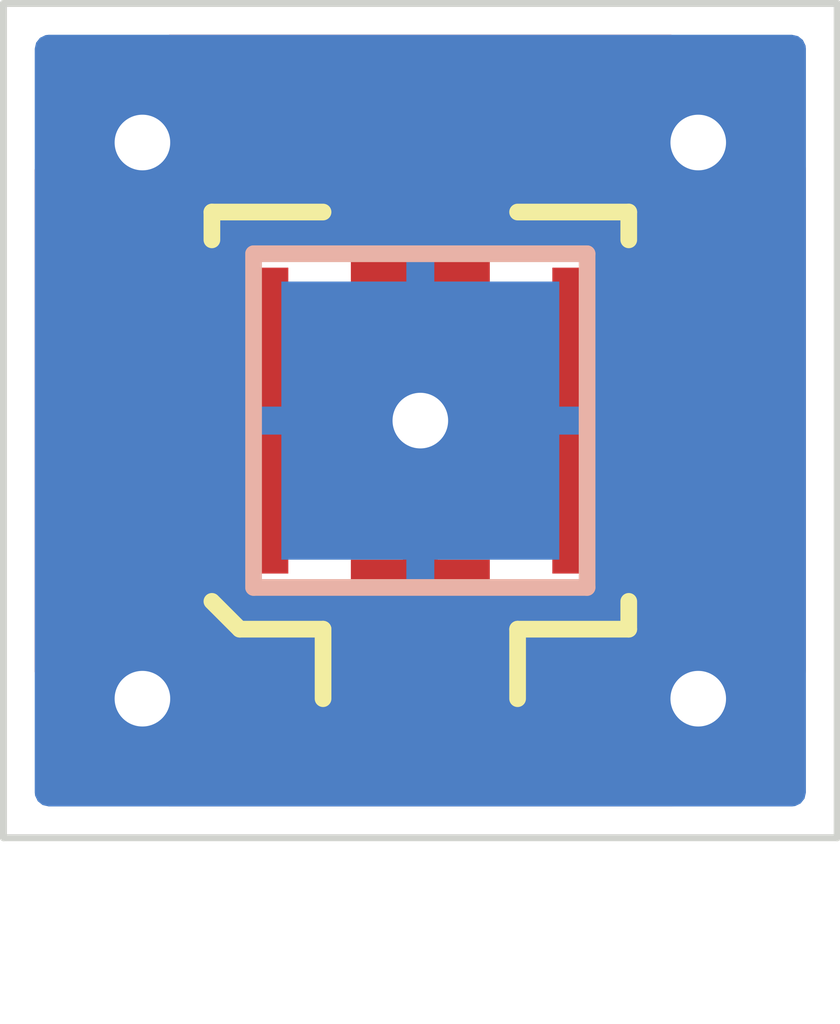
<source format=kicad_pcb>
(kicad_pcb (version 20171130) (host pcbnew "(5.1.5-0-10_14)")

  (general
    (thickness 1.6)
    (drawings 4)
    (tracks 13)
    (zones 0)
    (modules 2)
    (nets 3)
  )

  (page A4)
  (layers
    (0 F.Cu signal)
    (31 B.Cu signal)
    (32 B.Adhes user)
    (33 F.Adhes user)
    (34 B.Paste user)
    (35 F.Paste user)
    (36 B.SilkS user)
    (37 F.SilkS user)
    (38 B.Mask user)
    (39 F.Mask user)
    (40 Dwgs.User user)
    (41 Cmts.User user)
    (42 Eco1.User user)
    (43 Eco2.User user)
    (44 Edge.Cuts user)
    (45 Margin user)
    (46 B.CrtYd user)
    (47 F.CrtYd user)
    (48 B.Fab user hide)
    (49 F.Fab user hide)
  )

  (setup
    (last_trace_width 0.25)
    (trace_clearance 0.2)
    (zone_clearance 0.2)
    (zone_45_only no)
    (trace_min 0.2)
    (via_size 0.8)
    (via_drill 0.4)
    (via_min_size 0.4)
    (via_min_drill 0.3)
    (uvia_size 0.3)
    (uvia_drill 0.1)
    (uvias_allowed no)
    (uvia_min_size 0.2)
    (uvia_min_drill 0.1)
    (edge_width 0.05)
    (segment_width 0.2)
    (pcb_text_width 0.3)
    (pcb_text_size 1.5 1.5)
    (mod_edge_width 0.12)
    (mod_text_size 1 1)
    (mod_text_width 0.15)
    (pad_size 1.524 1.524)
    (pad_drill 0.762)
    (pad_to_mask_clearance 0.051)
    (solder_mask_min_width 0.25)
    (aux_axis_origin 0 0)
    (visible_elements FFFFFF7F)
    (pcbplotparams
      (layerselection 0x010e0_ffffffff)
      (usegerberextensions false)
      (usegerberattributes false)
      (usegerberadvancedattributes false)
      (creategerberjobfile false)
      (excludeedgelayer true)
      (linewidth 0.020000)
      (plotframeref false)
      (viasonmask false)
      (mode 1)
      (useauxorigin false)
      (hpglpennumber 1)
      (hpglpenspeed 20)
      (hpglpendiameter 15.000000)
      (psnegative false)
      (psa4output false)
      (plotreference true)
      (plotvalue true)
      (plotinvisibletext false)
      (padsonsilk false)
      (subtractmaskfromsilk false)
      (outputformat 1)
      (mirror false)
      (drillshape 0)
      (scaleselection 1)
      (outputdirectory "Gerbers/"))
  )

  (net 0 "")
  (net 1 "Net-(J1-Pad1)")
  (net 2 GND)

  (net_class Default "This is the default net class."
    (clearance 0.2)
    (trace_width 0.25)
    (via_dia 0.8)
    (via_drill 0.4)
    (uvia_dia 0.3)
    (uvia_drill 0.1)
    (add_net GND)
    (add_net "Net-(J1-Pad1)")
  )

  (module Connector_Coaxial:U.FL_Molex_MCRF_73412-0110_Vertical (layer F.Cu) (tedit 5A1B5B59) (tstamp 5FC36076)
    (at 144 63)
    (descr "Molex Microcoaxial RF Connectors (MCRF), mates Hirose U.FL, (http://www.molex.com/pdm_docs/sd/734120110_sd.pdf)")
    (tags "mcrf hirose ufl u.fl microcoaxial")
    (path /5FC306A0)
    (attr smd)
    (fp_text reference J1 (at 9 4) (layer F.SilkS) hide
      (effects (font (size 1 1) (thickness 0.15)))
    )
    (fp_text value Conn_Coaxial (at 0 -3.302) (layer F.Fab)
      (effects (font (size 1 1) (thickness 0.15)))
    )
    (fp_line (start 0 1) (end 0.3 1.3) (layer F.Fab) (width 0.1))
    (fp_line (start -0.3 1.3) (end 0 1) (layer F.Fab) (width 0.1))
    (fp_line (start 0.7 1.5) (end 0.7 2) (layer F.SilkS) (width 0.12))
    (fp_line (start -0.7 1.5) (end -0.7 2) (layer F.SilkS) (width 0.12))
    (fp_text user %R (at 0 3.5) (layer F.Fab)
      (effects (font (size 1 1) (thickness 0.15)))
    )
    (fp_circle (center 0 0) (end 0 0.05) (layer F.Fab) (width 0.1))
    (fp_circle (center 0 0) (end 0 0.125) (layer F.Fab) (width 0.1))
    (fp_line (start -0.7 1.5) (end -1.3 1.5) (layer F.SilkS) (width 0.12))
    (fp_line (start -1.3 1.5) (end -1.5 1.3) (layer F.SilkS) (width 0.12))
    (fp_line (start 1.5 1.3) (end 1.5 1.5) (layer F.SilkS) (width 0.12))
    (fp_line (start 1.5 1.5) (end 0.7 1.5) (layer F.SilkS) (width 0.12))
    (fp_line (start 0.7 -1.5) (end 1.5 -1.5) (layer F.SilkS) (width 0.12))
    (fp_line (start 1.5 -1.5) (end 1.5 -1.3) (layer F.SilkS) (width 0.12))
    (fp_line (start -1.5 -1.3) (end -1.5 -1.5) (layer F.SilkS) (width 0.12))
    (fp_line (start -1.5 -1.5) (end -0.7 -1.5) (layer F.SilkS) (width 0.12))
    (fp_circle (center 0 0) (end 0.9 0) (layer F.Fab) (width 0.1))
    (fp_line (start -1.3 -1.3) (end 1.3 -1.3) (layer F.Fab) (width 0.1))
    (fp_line (start -1.3 -1.3) (end -1.3 1) (layer F.Fab) (width 0.1))
    (fp_line (start -1.3 1) (end -1 1.3) (layer F.Fab) (width 0.1))
    (fp_line (start 1.3 -1.3) (end 1.3 1.3) (layer F.Fab) (width 0.1))
    (fp_line (start -2.5 -2.5) (end -2.5 2.5) (layer F.CrtYd) (width 0.05))
    (fp_line (start -2.5 2.5) (end 2.5 2.5) (layer F.CrtYd) (width 0.05))
    (fp_line (start 2.5 2.5) (end 2.5 -2.5) (layer F.CrtYd) (width 0.05))
    (fp_line (start 2.5 -2.5) (end -2.5 -2.5) (layer F.CrtYd) (width 0.05))
    (fp_line (start -1 1.3) (end 1.3 1.3) (layer F.Fab) (width 0.1))
    (fp_circle (center 0 0) (end 0 0.2) (layer F.Fab) (width 0.1))
    (pad 2 smd rect (at -1.475 0) (size 1.05 2.2) (layers F.Cu F.Paste F.Mask)
      (net 2 GND))
    (pad 2 smd rect (at 1.475 0) (size 1.05 2.2) (layers F.Cu F.Paste F.Mask)
      (net 2 GND))
    (pad 2 smd rect (at 0 -1.5) (size 1 1) (layers F.Cu F.Paste F.Mask)
      (net 2 GND))
    (pad 1 smd rect (at 0 1.5) (size 1 1) (layers F.Cu F.Paste F.Mask)
      (net 1 "Net-(J1-Pad1)"))
    (model ${KISYS3DMOD}/Connector_Coaxial.3dshapes/U.FL_Molex_MCRF_73412-0110_Vertical.wrl
      (at (xyz 0 0 0))
      (scale (xyz 1 1 1))
      (rotate (xyz 0 0 0))
    )
  )

  (module TestPoint:TestPoint_Pad_2.0x2.0mm (layer B.Cu) (tedit 5A0F774F) (tstamp 5FC36084)
    (at 144 63)
    (descr "SMD rectangular pad as test Point, square 2.0mm side length")
    (tags "test point SMD pad rectangle square")
    (path /5FC314C3)
    (attr virtual)
    (fp_text reference TP1 (at 0 1.998) (layer B.SilkS) hide
      (effects (font (size 1 1) (thickness 0.15)) (justify mirror))
    )
    (fp_text value TestPoint (at 0 -2.05) (layer B.Fab)
      (effects (font (size 1 1) (thickness 0.15)) (justify mirror))
    )
    (fp_text user %R (at 0 2) (layer B.Fab)
      (effects (font (size 1 1) (thickness 0.15)) (justify mirror))
    )
    (fp_line (start -1.2 1.2) (end 1.2 1.2) (layer B.SilkS) (width 0.12))
    (fp_line (start 1.2 1.2) (end 1.2 -1.2) (layer B.SilkS) (width 0.12))
    (fp_line (start 1.2 -1.2) (end -1.2 -1.2) (layer B.SilkS) (width 0.12))
    (fp_line (start -1.2 -1.2) (end -1.2 1.2) (layer B.SilkS) (width 0.12))
    (fp_line (start -1.5 1.5) (end 1.5 1.5) (layer B.CrtYd) (width 0.05))
    (fp_line (start -1.5 1.5) (end -1.5 -1.5) (layer B.CrtYd) (width 0.05))
    (fp_line (start 1.5 -1.5) (end 1.5 1.5) (layer B.CrtYd) (width 0.05))
    (fp_line (start 1.5 -1.5) (end -1.5 -1.5) (layer B.CrtYd) (width 0.05))
    (pad 1 smd rect (at 0 0) (size 2 2) (layers B.Cu B.Mask)
      (net 1 "Net-(J1-Pad1)"))
  )

  (gr_line (start 147 60) (end 141 60) (layer Edge.Cuts) (width 0.05) (tstamp 5FC361F7))
  (gr_line (start 147 66) (end 147 60) (layer Edge.Cuts) (width 0.05))
  (gr_line (start 141 66) (end 147 66) (layer Edge.Cuts) (width 0.05))
  (gr_line (start 141 60) (end 141 66) (layer Edge.Cuts) (width 0.05))

  (via (at 144 63) (size 0.8) (drill 0.4) (layers F.Cu B.Cu) (net 1))
  (segment (start 144 64.5) (end 144 63) (width 0.25) (layer F.Cu) (net 1))
  (via (at 146 61) (size 0.8) (drill 0.4) (layers F.Cu B.Cu) (net 1))
  (via (at 142 61) (size 0.8) (drill 0.4) (layers F.Cu B.Cu) (net 1))
  (via (at 142 65) (size 0.8) (drill 0.4) (layers F.Cu B.Cu) (net 1))
  (via (at 146 65) (size 0.8) (drill 0.4) (layers F.Cu B.Cu) (net 1))
  (segment (start 143.25 61.5) (end 144 61.5) (width 0.25) (layer F.Cu) (net 2))
  (segment (start 142.675 61.5) (end 143.25 61.5) (width 0.25) (layer F.Cu) (net 2))
  (segment (start 142.525 61.65) (end 142.675 61.5) (width 0.25) (layer F.Cu) (net 2))
  (segment (start 142.525 63) (end 142.525 61.65) (width 0.25) (layer F.Cu) (net 2))
  (segment (start 145.475 61.65) (end 145.475 63) (width 0.25) (layer F.Cu) (net 2))
  (segment (start 145.325 61.5) (end 145.475 61.65) (width 0.25) (layer F.Cu) (net 2))
  (segment (start 144 61.5) (end 145.325 61.5) (width 0.25) (layer F.Cu) (net 2))

  (zone (net 2) (net_name GND) (layer F.Cu) (tstamp 5FC3633E) (hatch edge 0.508)
    (connect_pads (clearance 0.2))
    (min_thickness 0.2)
    (fill yes (arc_segments 32) (thermal_gap 0.2) (thermal_bridge_width 0.201))
    (polygon
      (pts
        (xy 147 66) (xy 141 66) (xy 141 60) (xy 147 60)
      )
    )
    (filled_polygon
      (pts
        (xy 145.795818 60.326901) (xy 145.668426 60.379668) (xy 145.553776 60.456274) (xy 145.456274 60.553776) (xy 145.379668 60.668426)
        (xy 145.326901 60.795818) (xy 145.3 60.931056) (xy 145.3 61.068944) (xy 145.326901 61.204182) (xy 145.379668 61.331574)
        (xy 145.456274 61.446224) (xy 145.553776 61.543726) (xy 145.637576 61.599719) (xy 145.5505 61.6) (xy 145.4755 61.675)
        (xy 145.4755 62.9995) (xy 146.225 62.9995) (xy 146.3 62.9245) (xy 146.301452 61.9) (xy 146.29566 61.84119)
        (xy 146.278505 61.784639) (xy 146.250648 61.732522) (xy 146.213159 61.686841) (xy 146.19793 61.674343) (xy 146.204182 61.673099)
        (xy 146.331574 61.620332) (xy 146.446224 61.543726) (xy 146.543726 61.446224) (xy 146.620332 61.331574) (xy 146.673099 61.204182)
        (xy 146.675001 61.194621) (xy 146.675 64.805375) (xy 146.673099 64.795818) (xy 146.620332 64.668426) (xy 146.543726 64.553776)
        (xy 146.446224 64.456274) (xy 146.331574 64.379668) (xy 146.204182 64.326901) (xy 146.19793 64.325657) (xy 146.213159 64.313159)
        (xy 146.250648 64.267478) (xy 146.278505 64.215361) (xy 146.29566 64.15881) (xy 146.301452 64.1) (xy 146.3 63.0755)
        (xy 146.225 63.0005) (xy 145.4755 63.0005) (xy 145.4755 64.325) (xy 145.5505 64.4) (xy 145.637576 64.400281)
        (xy 145.553776 64.456274) (xy 145.456274 64.553776) (xy 145.379668 64.668426) (xy 145.326901 64.795818) (xy 145.3 64.931056)
        (xy 145.3 65.068944) (xy 145.326901 65.204182) (xy 145.379668 65.331574) (xy 145.456274 65.446224) (xy 145.553776 65.543726)
        (xy 145.668426 65.620332) (xy 145.795818 65.673099) (xy 145.805375 65.675) (xy 142.194625 65.675) (xy 142.204182 65.673099)
        (xy 142.331574 65.620332) (xy 142.446224 65.543726) (xy 142.543726 65.446224) (xy 142.620332 65.331574) (xy 142.673099 65.204182)
        (xy 142.7 65.068944) (xy 142.7 64.931056) (xy 142.673099 64.795818) (xy 142.620332 64.668426) (xy 142.543726 64.553776)
        (xy 142.446224 64.456274) (xy 142.362424 64.400281) (xy 142.4495 64.4) (xy 142.5245 64.325) (xy 142.5245 63.0005)
        (xy 141.775 63.0005) (xy 141.7 63.0755) (xy 141.698548 64.1) (xy 141.70434 64.15881) (xy 141.721495 64.215361)
        (xy 141.749352 64.267478) (xy 141.786841 64.313159) (xy 141.80207 64.325657) (xy 141.795818 64.326901) (xy 141.668426 64.379668)
        (xy 141.553776 64.456274) (xy 141.456274 64.553776) (xy 141.379668 64.668426) (xy 141.326901 64.795818) (xy 141.325 64.805375)
        (xy 141.325 61.194625) (xy 141.326901 61.204182) (xy 141.379668 61.331574) (xy 141.456274 61.446224) (xy 141.553776 61.543726)
        (xy 141.668426 61.620332) (xy 141.795818 61.673099) (xy 141.80207 61.674343) (xy 141.786841 61.686841) (xy 141.749352 61.732522)
        (xy 141.721495 61.784639) (xy 141.70434 61.84119) (xy 141.698548 61.9) (xy 141.7 62.9245) (xy 141.775 62.9995)
        (xy 142.5245 62.9995) (xy 142.5245 61.675) (xy 142.5255 61.675) (xy 142.5255 62.9995) (xy 142.5455 62.9995)
        (xy 142.5455 63.0005) (xy 142.5255 63.0005) (xy 142.5255 64.325) (xy 142.6005 64.4) (xy 143.05 64.401452)
        (xy 143.10881 64.39566) (xy 143.165361 64.378505) (xy 143.198549 64.360766) (xy 143.198549 65) (xy 143.204341 65.05881)
        (xy 143.221496 65.11536) (xy 143.249353 65.167477) (xy 143.286842 65.213158) (xy 143.332523 65.250647) (xy 143.38464 65.278504)
        (xy 143.44119 65.295659) (xy 143.5 65.301451) (xy 144.5 65.301451) (xy 144.55881 65.295659) (xy 144.61536 65.278504)
        (xy 144.667477 65.250647) (xy 144.713158 65.213158) (xy 144.750647 65.167477) (xy 144.778504 65.11536) (xy 144.795659 65.05881)
        (xy 144.801451 65) (xy 144.801451 64.360766) (xy 144.834639 64.378505) (xy 144.89119 64.39566) (xy 144.95 64.401452)
        (xy 145.3995 64.4) (xy 145.4745 64.325) (xy 145.4745 63.0005) (xy 145.4545 63.0005) (xy 145.4545 62.9995)
        (xy 145.4745 62.9995) (xy 145.4745 61.675) (xy 145.3995 61.6) (xy 144.95 61.598548) (xy 144.89119 61.60434)
        (xy 144.834639 61.621495) (xy 144.80022 61.639892) (xy 144.8 61.5755) (xy 144.725 61.5005) (xy 144.0005 61.5005)
        (xy 144.0005 62.225) (xy 144.0755 62.3) (xy 144.5 62.301452) (xy 144.55881 62.29566) (xy 144.615361 62.278505)
        (xy 144.649059 62.260493) (xy 144.649738 62.739418) (xy 144.620332 62.668426) (xy 144.543726 62.553776) (xy 144.446224 62.456274)
        (xy 144.331574 62.379668) (xy 144.204182 62.326901) (xy 144.068944 62.3) (xy 143.931056 62.3) (xy 143.795818 62.326901)
        (xy 143.668426 62.379668) (xy 143.553776 62.456274) (xy 143.456274 62.553776) (xy 143.379668 62.668426) (xy 143.350262 62.739418)
        (xy 143.350941 62.260493) (xy 143.384639 62.278505) (xy 143.44119 62.29566) (xy 143.5 62.301452) (xy 143.9245 62.3)
        (xy 143.9995 62.225) (xy 143.9995 61.5005) (xy 143.275 61.5005) (xy 143.2 61.5755) (xy 143.19978 61.639892)
        (xy 143.165361 61.621495) (xy 143.10881 61.60434) (xy 143.05 61.598548) (xy 142.6005 61.6) (xy 142.5255 61.675)
        (xy 142.5245 61.675) (xy 142.4495 61.6) (xy 142.362424 61.599719) (xy 142.446224 61.543726) (xy 142.543726 61.446224)
        (xy 142.620332 61.331574) (xy 142.673099 61.204182) (xy 142.7 61.068944) (xy 142.7 61) (xy 143.198548 61)
        (xy 143.2 61.4245) (xy 143.275 61.4995) (xy 143.9995 61.4995) (xy 143.9995 60.775) (xy 144.0005 60.775)
        (xy 144.0005 61.4995) (xy 144.725 61.4995) (xy 144.8 61.4245) (xy 144.801452 61) (xy 144.79566 60.94119)
        (xy 144.778505 60.884639) (xy 144.750648 60.832522) (xy 144.713159 60.786841) (xy 144.667478 60.749352) (xy 144.615361 60.721495)
        (xy 144.55881 60.70434) (xy 144.5 60.698548) (xy 144.0755 60.7) (xy 144.0005 60.775) (xy 143.9995 60.775)
        (xy 143.9245 60.7) (xy 143.5 60.698548) (xy 143.44119 60.70434) (xy 143.384639 60.721495) (xy 143.332522 60.749352)
        (xy 143.286841 60.786841) (xy 143.249352 60.832522) (xy 143.221495 60.884639) (xy 143.20434 60.94119) (xy 143.198548 61)
        (xy 142.7 61) (xy 142.7 60.931056) (xy 142.673099 60.795818) (xy 142.620332 60.668426) (xy 142.543726 60.553776)
        (xy 142.446224 60.456274) (xy 142.331574 60.379668) (xy 142.204182 60.326901) (xy 142.194625 60.325) (xy 145.805375 60.325)
      )
    )
  )
  (zone (net 1) (net_name "Net-(J1-Pad1)") (layer B.Cu) (tstamp 5FC3633B) (hatch edge 0.508)
    (connect_pads (clearance 0.2))
    (min_thickness 0.2)
    (fill yes (arc_segments 32) (thermal_gap 0.2) (thermal_bridge_width 0.201))
    (polygon
      (pts
        (xy 147 66) (xy 141 66) (xy 141 60) (xy 147 60)
      )
    )
    (filled_polygon
      (pts
        (xy 146.675 65.675) (xy 141.325 65.675) (xy 141.325 64) (xy 142.698548 64) (xy 142.70434 64.05881)
        (xy 142.721495 64.115361) (xy 142.749352 64.167478) (xy 142.786841 64.213159) (xy 142.832522 64.250648) (xy 142.884639 64.278505)
        (xy 142.94119 64.29566) (xy 143 64.301452) (xy 143.9245 64.3) (xy 143.9995 64.225) (xy 143.9995 63.0005)
        (xy 144.0005 63.0005) (xy 144.0005 64.225) (xy 144.0755 64.3) (xy 145 64.301452) (xy 145.05881 64.29566)
        (xy 145.115361 64.278505) (xy 145.167478 64.250648) (xy 145.213159 64.213159) (xy 145.250648 64.167478) (xy 145.278505 64.115361)
        (xy 145.29566 64.05881) (xy 145.301452 64) (xy 145.3 63.0755) (xy 145.225 63.0005) (xy 144.0005 63.0005)
        (xy 143.9995 63.0005) (xy 142.775 63.0005) (xy 142.7 63.0755) (xy 142.698548 64) (xy 141.325 64)
        (xy 141.325 62) (xy 142.698548 62) (xy 142.7 62.9245) (xy 142.775 62.9995) (xy 143.9995 62.9995)
        (xy 143.9995 61.775) (xy 144.0005 61.775) (xy 144.0005 62.9995) (xy 145.225 62.9995) (xy 145.3 62.9245)
        (xy 145.301452 62) (xy 145.29566 61.94119) (xy 145.278505 61.884639) (xy 145.250648 61.832522) (xy 145.213159 61.786841)
        (xy 145.167478 61.749352) (xy 145.115361 61.721495) (xy 145.05881 61.70434) (xy 145 61.698548) (xy 144.0755 61.7)
        (xy 144.0005 61.775) (xy 143.9995 61.775) (xy 143.9245 61.7) (xy 143 61.698548) (xy 142.94119 61.70434)
        (xy 142.884639 61.721495) (xy 142.832522 61.749352) (xy 142.786841 61.786841) (xy 142.749352 61.832522) (xy 142.721495 61.884639)
        (xy 142.70434 61.94119) (xy 142.698548 62) (xy 141.325 62) (xy 141.325 60.325) (xy 146.675001 60.325)
      )
    )
  )
  (zone (net 0) (net_name "") (layer B.Mask) (tstamp 5FC36338) (hatch edge 0.508)
    (connect_pads (clearance 0.2))
    (min_thickness 0.2)
    (fill yes (arc_segments 32) (thermal_gap 0.2) (thermal_bridge_width 0.201))
    (polygon
      (pts
        (xy 147 66) (xy 141 66) (xy 141 60) (xy 147 60)
      )
    )
    (filled_polygon
      (pts
        (xy 146.9 65.9) (xy 141.1 65.9) (xy 141.1 60.1) (xy 146.9 60.1)
      )
    )
  )
)

</source>
